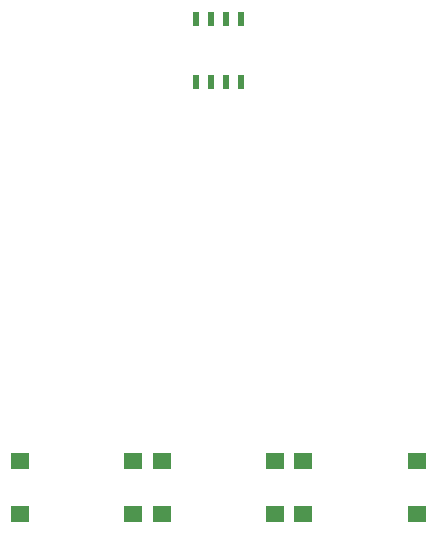
<source format=gbr>
G04 #@! TF.GenerationSoftware,KiCad,Pcbnew,6.0.11-2627ca5db0~126~ubuntu22.04.1*
G04 #@! TF.CreationDate,2023-12-06T10:27:33+01:00*
G04 #@! TF.ProjectId,roomthermostat,726f6f6d-7468-4657-926d-6f737461742e,C*
G04 #@! TF.SameCoordinates,Original*
G04 #@! TF.FileFunction,Paste,Top*
G04 #@! TF.FilePolarity,Positive*
%FSLAX46Y46*%
G04 Gerber Fmt 4.6, Leading zero omitted, Abs format (unit mm)*
G04 Created by KiCad (PCBNEW 6.0.11-2627ca5db0~126~ubuntu22.04.1) date 2023-12-06 10:27:33*
%MOMM*%
%LPD*%
G01*
G04 APERTURE LIST*
%ADD10R,0.508000X1.143000*%
%ADD11R,1.600000X1.400000*%
G04 APERTURE END LIST*
D10*
X95010000Y-82082000D03*
X96280000Y-82082000D03*
X97550000Y-82082000D03*
X98820000Y-82082000D03*
X98820000Y-76748000D03*
X97550000Y-76748000D03*
X96280000Y-76748000D03*
X95010000Y-76748000D03*
D11*
X89715000Y-114120000D03*
X80115000Y-114120000D03*
X80115000Y-118620000D03*
X89715000Y-118620000D03*
X101715000Y-114120000D03*
X92115000Y-114120000D03*
X101715000Y-118620000D03*
X92115000Y-118620000D03*
X104115000Y-114120000D03*
X113715000Y-114120000D03*
X104115000Y-118620000D03*
X113715000Y-118620000D03*
M02*

</source>
